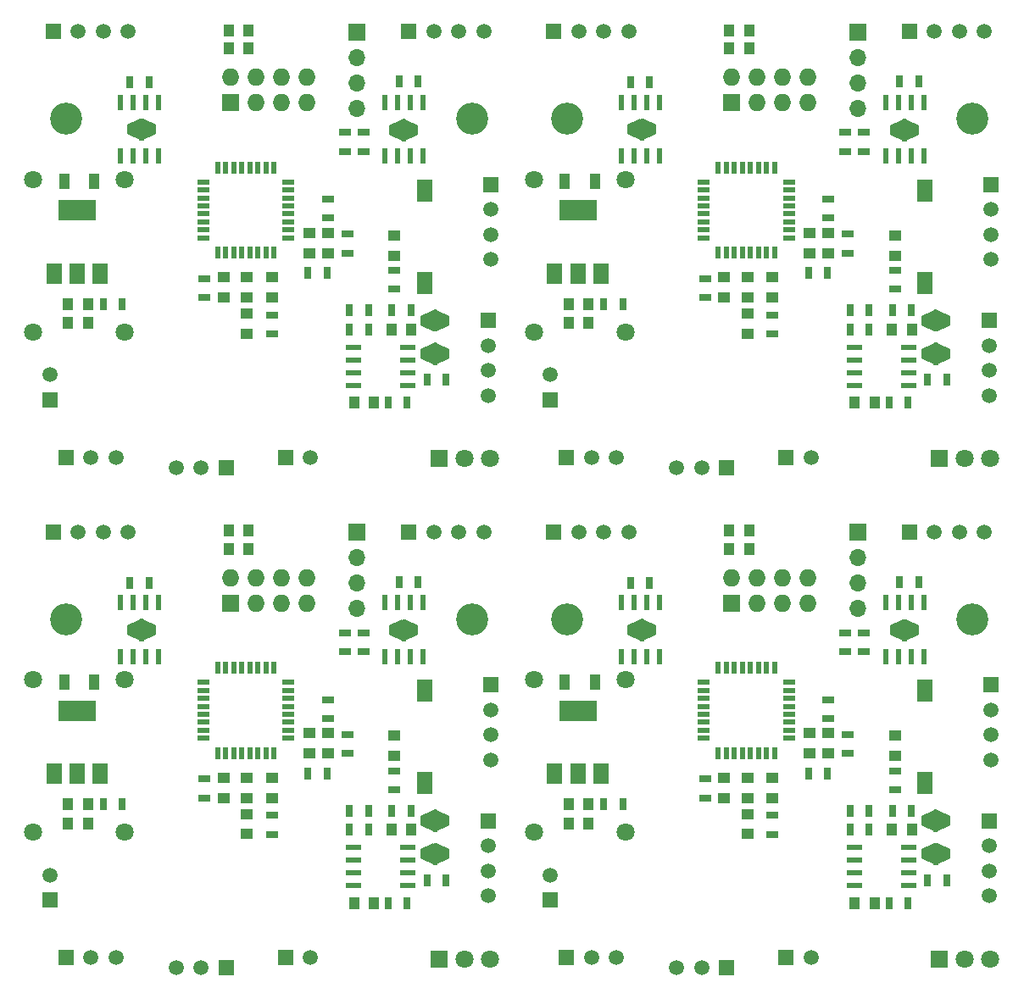
<source format=gts>
G04 #@! TF.FileFunction,Soldermask,Top*
%FSLAX46Y46*%
G04 Gerber Fmt 4.6, Leading zero omitted, Abs format (unit mm)*
G04 Created by KiCad (PCBNEW 4.0.2-stable) date 12/4/2017 3:47:35 PM*
%MOMM*%
G01*
G04 APERTURE LIST*
%ADD10C,0.100000*%
%ADD11C,0.150000*%
%ADD12C,1.800000*%
%ADD13R,1.800000X1.800000*%
%ADD14R,1.300000X0.700000*%
%ADD15R,1.250000X1.000000*%
%ADD16R,1.500000X1.500000*%
%ADD17C,1.500000*%
%ADD18R,1.600000X2.180000*%
%ADD19R,0.700000X1.300000*%
%ADD20C,3.200000*%
%ADD21R,0.600000X1.550000*%
%ADD22R,1.000000X1.250000*%
%ADD23R,1.550000X0.600000*%
%ADD24R,1.700000X1.700000*%
%ADD25O,1.700000X1.700000*%
%ADD26R,1.727200X1.727200*%
%ADD27O,1.727200X1.727200*%
%ADD28R,0.600000X1.200000*%
%ADD29R,1.200000X0.600000*%
%ADD30R,1.000000X1.600000*%
%ADD31R,3.800000X2.000000*%
%ADD32R,1.500000X2.000000*%
G04 APERTURE END LIST*
D10*
D11*
X132237500Y-112130900D02*
X132237500Y-114188300D01*
X132389900Y-112105500D02*
X132389900Y-114188300D01*
X132110500Y-112105500D02*
X132389900Y-112105500D01*
X132110500Y-114188300D02*
X132110500Y-112105500D01*
X132389900Y-114188300D02*
X132110500Y-114188300D01*
X161574500Y-134546400D02*
X161574500Y-136603800D01*
X161726900Y-134521000D02*
X161726900Y-136603800D01*
X161447500Y-134521000D02*
X161726900Y-134521000D01*
X161447500Y-136603800D02*
X161447500Y-134521000D01*
X161726900Y-136603800D02*
X161447500Y-136603800D01*
X161574500Y-133225600D02*
X161574500Y-131168200D01*
X161422100Y-133251000D02*
X161422100Y-131168200D01*
X161701500Y-133251000D02*
X161422100Y-133251000D01*
X161701500Y-131168200D02*
X161701500Y-133251000D01*
X161422100Y-131168200D02*
X161701500Y-131168200D01*
X158425000Y-112194400D02*
X158425000Y-114251800D01*
X158577400Y-112169000D02*
X158577400Y-114251800D01*
X158298000Y-112169000D02*
X158577400Y-112169000D01*
X158298000Y-114251800D02*
X158298000Y-112169000D01*
X158577400Y-114251800D02*
X158298000Y-114251800D01*
X82237500Y-112130900D02*
X82237500Y-114188300D01*
X82389900Y-112105500D02*
X82389900Y-114188300D01*
X82110500Y-112105500D02*
X82389900Y-112105500D01*
X82110500Y-114188300D02*
X82110500Y-112105500D01*
X82389900Y-114188300D02*
X82110500Y-114188300D01*
X111574500Y-134546400D02*
X111574500Y-136603800D01*
X111726900Y-134521000D02*
X111726900Y-136603800D01*
X111447500Y-134521000D02*
X111726900Y-134521000D01*
X111447500Y-136603800D02*
X111447500Y-134521000D01*
X111726900Y-136603800D02*
X111447500Y-136603800D01*
X111574500Y-133225600D02*
X111574500Y-131168200D01*
X111422100Y-133251000D02*
X111422100Y-131168200D01*
X111701500Y-133251000D02*
X111422100Y-133251000D01*
X111701500Y-131168200D02*
X111701500Y-133251000D01*
X111422100Y-131168200D02*
X111701500Y-131168200D01*
X108425000Y-112194400D02*
X108425000Y-114251800D01*
X108577400Y-112169000D02*
X108577400Y-114251800D01*
X108298000Y-112169000D02*
X108577400Y-112169000D01*
X108298000Y-114251800D02*
X108298000Y-112169000D01*
X108577400Y-114251800D02*
X108298000Y-114251800D01*
X161574500Y-83225600D02*
X161574500Y-81168200D01*
X161422100Y-83251000D02*
X161422100Y-81168200D01*
X161701500Y-83251000D02*
X161422100Y-83251000D01*
X161701500Y-81168200D02*
X161701500Y-83251000D01*
X161422100Y-81168200D02*
X161701500Y-81168200D01*
X161574500Y-84546400D02*
X161574500Y-86603800D01*
X161726900Y-84521000D02*
X161726900Y-86603800D01*
X161447500Y-84521000D02*
X161726900Y-84521000D01*
X161447500Y-86603800D02*
X161447500Y-84521000D01*
X161726900Y-86603800D02*
X161447500Y-86603800D01*
X158425000Y-62194400D02*
X158425000Y-64251800D01*
X158577400Y-62169000D02*
X158577400Y-64251800D01*
X158298000Y-62169000D02*
X158577400Y-62169000D01*
X158298000Y-64251800D02*
X158298000Y-62169000D01*
X158577400Y-64251800D02*
X158298000Y-64251800D01*
X132237500Y-62130900D02*
X132237500Y-64188300D01*
X132389900Y-62105500D02*
X132389900Y-64188300D01*
X132110500Y-62105500D02*
X132389900Y-62105500D01*
X132110500Y-64188300D02*
X132110500Y-62105500D01*
X132389900Y-64188300D02*
X132110500Y-64188300D01*
X111574500Y-83225600D02*
X111574500Y-81168200D01*
X111422100Y-83251000D02*
X111422100Y-81168200D01*
X111701500Y-83251000D02*
X111422100Y-83251000D01*
X111701500Y-81168200D02*
X111701500Y-83251000D01*
X111422100Y-81168200D02*
X111701500Y-81168200D01*
X111574500Y-84546400D02*
X111574500Y-86603800D01*
X111726900Y-84521000D02*
X111726900Y-86603800D01*
X111447500Y-84521000D02*
X111726900Y-84521000D01*
X111447500Y-86603800D02*
X111447500Y-84521000D01*
X111726900Y-86603800D02*
X111447500Y-86603800D01*
X82237500Y-62130900D02*
X82237500Y-64188300D01*
X82389900Y-62105500D02*
X82389900Y-64188300D01*
X82110500Y-62105500D02*
X82389900Y-62105500D01*
X82110500Y-64188300D02*
X82110500Y-62105500D01*
X82389900Y-64188300D02*
X82110500Y-64188300D01*
X108425000Y-62194400D02*
X108425000Y-64251800D01*
X108577400Y-62169000D02*
X108577400Y-64251800D01*
X108298000Y-62169000D02*
X108577400Y-62169000D01*
X108298000Y-64251800D02*
X108298000Y-62169000D01*
X108577400Y-64251800D02*
X108298000Y-64251800D01*
D12*
X164495500Y-146014500D03*
D13*
X161955500Y-146014500D03*
D12*
X167035500Y-146014500D03*
X114495500Y-146014500D03*
D13*
X111955500Y-146014500D03*
D12*
X117035500Y-146014500D03*
D14*
X152811500Y-123601500D03*
X152811500Y-125501500D03*
D15*
X157510500Y-125742000D03*
X157510500Y-123742000D03*
D16*
X167099000Y-118646000D03*
D17*
X167099000Y-121146000D03*
X167099000Y-123646000D03*
X167099000Y-126146000D03*
D18*
X160492680Y-128455430D03*
X160497320Y-119250570D03*
D14*
X157510500Y-129121000D03*
X157510500Y-127221000D03*
X150843000Y-120109000D03*
X150843000Y-122009000D03*
D19*
X131097000Y-108422500D03*
X132997000Y-108422500D03*
D16*
X123411000Y-103342500D03*
D17*
X125911000Y-103342500D03*
X128411000Y-103342500D03*
X130911000Y-103342500D03*
D10*
G36*
X132072500Y-112059500D02*
X132072500Y-114183500D01*
X130802500Y-113583500D01*
X130802500Y-112659500D01*
X132072500Y-112059500D01*
X132072500Y-112059500D01*
G37*
G36*
X133672500Y-112659500D02*
X133672500Y-113583500D01*
X132402500Y-114183500D01*
X132402500Y-112059500D01*
X133672500Y-112659500D01*
X133672500Y-112659500D01*
G37*
D20*
X124750000Y-112100000D03*
D21*
X130142000Y-115821500D03*
X131412000Y-115821500D03*
X132682000Y-115821500D03*
X133952000Y-115821500D03*
X133952000Y-110421500D03*
X132682000Y-110421500D03*
X131412000Y-110421500D03*
X130142000Y-110421500D03*
D14*
X138524000Y-128044000D03*
X138524000Y-129944000D03*
D16*
X124697500Y-145887500D03*
D17*
X127197500Y-145887500D03*
X129697500Y-145887500D03*
D16*
X146628500Y-145887500D03*
D17*
X149128500Y-145887500D03*
D16*
X123093500Y-140132500D03*
D17*
X123093500Y-137632500D03*
D15*
X140429000Y-127933000D03*
X140429000Y-129933000D03*
D16*
X140683000Y-146903500D03*
D17*
X138183000Y-146903500D03*
X135683000Y-146903500D03*
D22*
X159209000Y-133124000D03*
X157209000Y-133124000D03*
X155462500Y-140426500D03*
X153462500Y-140426500D03*
D19*
X154907000Y-131219000D03*
X153007000Y-131219000D03*
X153004500Y-133124000D03*
X154904500Y-133124000D03*
X157259000Y-131219000D03*
X159159000Y-131219000D03*
X156880500Y-140426500D03*
X158780500Y-140426500D03*
D23*
X153446500Y-134902000D03*
X153446500Y-136172000D03*
X153446500Y-137442000D03*
X153446500Y-138712000D03*
X158846500Y-138712000D03*
X158846500Y-137442000D03*
X158846500Y-136172000D03*
X158846500Y-134902000D03*
D16*
X166908500Y-132235000D03*
D17*
X166908500Y-134735000D03*
X166908500Y-137235000D03*
X166908500Y-139735000D03*
D10*
G36*
X161409500Y-134475000D02*
X161409500Y-136599000D01*
X160139500Y-135999000D01*
X160139500Y-135075000D01*
X161409500Y-134475000D01*
X161409500Y-134475000D01*
G37*
G36*
X163009500Y-135075000D02*
X163009500Y-135999000D01*
X161739500Y-136599000D01*
X161739500Y-134475000D01*
X163009500Y-135075000D01*
X163009500Y-135075000D01*
G37*
D19*
X162649000Y-138140500D03*
X160749000Y-138140500D03*
D10*
G36*
X161739500Y-133297000D02*
X161739500Y-131173000D01*
X163009500Y-131773000D01*
X163009500Y-132697000D01*
X161739500Y-133297000D01*
X161739500Y-133297000D01*
G37*
G36*
X160139500Y-132697000D02*
X160139500Y-131773000D01*
X161409500Y-131173000D01*
X161409500Y-133297000D01*
X160139500Y-132697000D01*
X160139500Y-132697000D01*
G37*
D22*
X140953000Y-105057000D03*
X142953000Y-105057000D03*
X140953000Y-103215500D03*
X142953000Y-103215500D03*
D19*
X157957500Y-108359000D03*
X159857500Y-108359000D03*
D24*
X153764000Y-103406000D03*
D25*
X153764000Y-105946000D03*
X153764000Y-108486000D03*
X153764000Y-111026000D03*
D26*
X141159000Y-110454500D03*
D27*
X141159000Y-107914500D03*
X143699000Y-110454500D03*
X143699000Y-107914500D03*
X146239000Y-110454500D03*
X146239000Y-107914500D03*
X148779000Y-110454500D03*
X148779000Y-107914500D03*
D14*
X152557500Y-113441500D03*
X152557500Y-115341500D03*
D21*
X156558000Y-115821500D03*
X157828000Y-115821500D03*
X159098000Y-115821500D03*
X160368000Y-115821500D03*
X160368000Y-110421500D03*
X159098000Y-110421500D03*
X157828000Y-110421500D03*
X156558000Y-110421500D03*
D16*
X158924000Y-103342500D03*
D17*
X161424000Y-103342500D03*
X163924000Y-103342500D03*
X166424000Y-103342500D03*
D10*
G36*
X158260000Y-112123000D02*
X158260000Y-114247000D01*
X156990000Y-113647000D01*
X156990000Y-112723000D01*
X158260000Y-112123000D01*
X158260000Y-112123000D01*
G37*
G36*
X159860000Y-112723000D02*
X159860000Y-113647000D01*
X158590000Y-114247000D01*
X158590000Y-112123000D01*
X159860000Y-112723000D01*
X159860000Y-112723000D01*
G37*
D14*
X154399000Y-113439000D03*
X154399000Y-115339000D03*
D20*
X165250000Y-112100000D03*
D28*
X139851500Y-125436000D03*
X140651500Y-125436000D03*
X141451500Y-125436000D03*
X142251500Y-125436000D03*
X143051500Y-125436000D03*
X143851500Y-125436000D03*
X144651500Y-125436000D03*
X145451500Y-125436000D03*
D29*
X146901500Y-123986000D03*
X146901500Y-123186000D03*
X146901500Y-122386000D03*
X146901500Y-121586000D03*
X146901500Y-120786000D03*
X146901500Y-119986000D03*
X146901500Y-119186000D03*
X146901500Y-118386000D03*
D28*
X145451500Y-116936000D03*
X144651500Y-116936000D03*
X143851500Y-116936000D03*
X143051500Y-116936000D03*
X142251500Y-116936000D03*
X141451500Y-116936000D03*
X140651500Y-116936000D03*
X139851500Y-116936000D03*
D29*
X138401500Y-118386000D03*
X138401500Y-119186000D03*
X138401500Y-119986000D03*
X138401500Y-120786000D03*
X138401500Y-121586000D03*
X138401500Y-122386000D03*
X138401500Y-123186000D03*
X138401500Y-123986000D03*
D14*
X145255000Y-133566000D03*
X145255000Y-131666000D03*
D15*
X149001500Y-125488000D03*
X149001500Y-123488000D03*
X142778500Y-127933000D03*
X142778500Y-129933000D03*
X150843000Y-125488000D03*
X150843000Y-123488000D03*
X145255000Y-127933000D03*
X145255000Y-129933000D03*
D19*
X148877000Y-127472500D03*
X150777000Y-127472500D03*
D15*
X142778500Y-133552500D03*
X142778500Y-131552500D03*
D16*
X96628500Y-145887500D03*
D17*
X99128500Y-145887500D03*
D14*
X95255000Y-133566000D03*
X95255000Y-131666000D03*
D15*
X92778500Y-133552500D03*
X92778500Y-131552500D03*
D16*
X73093500Y-140132500D03*
D17*
X73093500Y-137632500D03*
D16*
X90683000Y-146903500D03*
D17*
X88183000Y-146903500D03*
X85683000Y-146903500D03*
D16*
X74697500Y-145887500D03*
D17*
X77197500Y-145887500D03*
X79697500Y-145887500D03*
D19*
X78430000Y-130584000D03*
X80330000Y-130584000D03*
D26*
X91159000Y-110454500D03*
D27*
X91159000Y-107914500D03*
X93699000Y-110454500D03*
X93699000Y-107914500D03*
X96239000Y-110454500D03*
X96239000Y-107914500D03*
X98779000Y-110454500D03*
X98779000Y-107914500D03*
D22*
X90953000Y-105057000D03*
X92953000Y-105057000D03*
X90953000Y-103215500D03*
X92953000Y-103215500D03*
D16*
X73411000Y-103342500D03*
D17*
X75911000Y-103342500D03*
X78411000Y-103342500D03*
X80911000Y-103342500D03*
D10*
G36*
X82072500Y-112059500D02*
X82072500Y-114183500D01*
X80802500Y-113583500D01*
X80802500Y-112659500D01*
X82072500Y-112059500D01*
X82072500Y-112059500D01*
G37*
G36*
X83672500Y-112659500D02*
X83672500Y-113583500D01*
X82402500Y-114183500D01*
X82402500Y-112059500D01*
X83672500Y-112659500D01*
X83672500Y-112659500D01*
G37*
D21*
X80142000Y-115821500D03*
X81412000Y-115821500D03*
X82682000Y-115821500D03*
X83952000Y-115821500D03*
X83952000Y-110421500D03*
X82682000Y-110421500D03*
X81412000Y-110421500D03*
X80142000Y-110421500D03*
D19*
X81097000Y-108422500D03*
X82997000Y-108422500D03*
D20*
X74750000Y-112100000D03*
D30*
X77514500Y-118328500D03*
X74514500Y-118328500D03*
D22*
X76903500Y-130584000D03*
X74903500Y-130584000D03*
D31*
X75810000Y-121236000D03*
D32*
X75810000Y-127536000D03*
X78110000Y-127536000D03*
X73510000Y-127536000D03*
D22*
X76903500Y-132489000D03*
X74903500Y-132489000D03*
D12*
X80586500Y-133378000D03*
X71442500Y-133378000D03*
X71442500Y-118138000D03*
X80586500Y-118138000D03*
D14*
X88524000Y-128044000D03*
X88524000Y-129944000D03*
D15*
X90429000Y-127933000D03*
X90429000Y-129933000D03*
D28*
X89851500Y-125436000D03*
X90651500Y-125436000D03*
X91451500Y-125436000D03*
X92251500Y-125436000D03*
X93051500Y-125436000D03*
X93851500Y-125436000D03*
X94651500Y-125436000D03*
X95451500Y-125436000D03*
D29*
X96901500Y-123986000D03*
X96901500Y-123186000D03*
X96901500Y-122386000D03*
X96901500Y-121586000D03*
X96901500Y-120786000D03*
X96901500Y-119986000D03*
X96901500Y-119186000D03*
X96901500Y-118386000D03*
D28*
X95451500Y-116936000D03*
X94651500Y-116936000D03*
X93851500Y-116936000D03*
X93051500Y-116936000D03*
X92251500Y-116936000D03*
X91451500Y-116936000D03*
X90651500Y-116936000D03*
X89851500Y-116936000D03*
D29*
X88401500Y-118386000D03*
X88401500Y-119186000D03*
X88401500Y-119986000D03*
X88401500Y-120786000D03*
X88401500Y-121586000D03*
X88401500Y-122386000D03*
X88401500Y-123186000D03*
X88401500Y-123986000D03*
D15*
X92778500Y-127933000D03*
X92778500Y-129933000D03*
X95255000Y-127933000D03*
X95255000Y-129933000D03*
X99001500Y-125488000D03*
X99001500Y-123488000D03*
D19*
X98877000Y-127472500D03*
X100777000Y-127472500D03*
X128430000Y-130584000D03*
X130330000Y-130584000D03*
D12*
X130586500Y-133378000D03*
X121442500Y-133378000D03*
X121442500Y-118138000D03*
X130586500Y-118138000D03*
D31*
X125810000Y-121236000D03*
D32*
X125810000Y-127536000D03*
X128110000Y-127536000D03*
X123510000Y-127536000D03*
D30*
X127514500Y-118328500D03*
X124514500Y-118328500D03*
D22*
X126903500Y-130584000D03*
X124903500Y-130584000D03*
X126903500Y-132489000D03*
X124903500Y-132489000D03*
X105462500Y-140426500D03*
X103462500Y-140426500D03*
D23*
X103446500Y-134902000D03*
X103446500Y-136172000D03*
X103446500Y-137442000D03*
X103446500Y-138712000D03*
X108846500Y-138712000D03*
X108846500Y-137442000D03*
X108846500Y-136172000D03*
X108846500Y-134902000D03*
D22*
X109209000Y-133124000D03*
X107209000Y-133124000D03*
D19*
X103004500Y-133124000D03*
X104904500Y-133124000D03*
X107259000Y-131219000D03*
X109159000Y-131219000D03*
X106880500Y-140426500D03*
X108780500Y-140426500D03*
X104907000Y-131219000D03*
X103007000Y-131219000D03*
D10*
G36*
X111409500Y-134475000D02*
X111409500Y-136599000D01*
X110139500Y-135999000D01*
X110139500Y-135075000D01*
X111409500Y-134475000D01*
X111409500Y-134475000D01*
G37*
G36*
X113009500Y-135075000D02*
X113009500Y-135999000D01*
X111739500Y-136599000D01*
X111739500Y-134475000D01*
X113009500Y-135075000D01*
X113009500Y-135075000D01*
G37*
G36*
X111739500Y-133297000D02*
X111739500Y-131173000D01*
X113009500Y-131773000D01*
X113009500Y-132697000D01*
X111739500Y-133297000D01*
X111739500Y-133297000D01*
G37*
G36*
X110139500Y-132697000D02*
X110139500Y-131773000D01*
X111409500Y-131173000D01*
X111409500Y-133297000D01*
X110139500Y-132697000D01*
X110139500Y-132697000D01*
G37*
D19*
X112649000Y-138140500D03*
X110749000Y-138140500D03*
D16*
X116908500Y-132235000D03*
D17*
X116908500Y-134735000D03*
X116908500Y-137235000D03*
X116908500Y-139735000D03*
D18*
X110492680Y-128455430D03*
X110497320Y-119250570D03*
D16*
X117099000Y-118646000D03*
D17*
X117099000Y-121146000D03*
X117099000Y-123646000D03*
X117099000Y-126146000D03*
D15*
X107510500Y-125742000D03*
X107510500Y-123742000D03*
X100843000Y-125488000D03*
X100843000Y-123488000D03*
D14*
X100843000Y-120109000D03*
X100843000Y-122009000D03*
X102811500Y-123601500D03*
X102811500Y-125501500D03*
X107510500Y-129121000D03*
X107510500Y-127221000D03*
X102557500Y-113441500D03*
X102557500Y-115341500D03*
X104399000Y-113439000D03*
X104399000Y-115339000D03*
D24*
X103764000Y-103406000D03*
D25*
X103764000Y-105946000D03*
X103764000Y-108486000D03*
X103764000Y-111026000D03*
D21*
X106558000Y-115821500D03*
X107828000Y-115821500D03*
X109098000Y-115821500D03*
X110368000Y-115821500D03*
X110368000Y-110421500D03*
X109098000Y-110421500D03*
X107828000Y-110421500D03*
X106558000Y-110421500D03*
D19*
X107957500Y-108359000D03*
X109857500Y-108359000D03*
D16*
X108924000Y-103342500D03*
D17*
X111424000Y-103342500D03*
X113924000Y-103342500D03*
X116424000Y-103342500D03*
D20*
X115250000Y-112100000D03*
D10*
G36*
X108260000Y-112123000D02*
X108260000Y-114247000D01*
X106990000Y-113647000D01*
X106990000Y-112723000D01*
X108260000Y-112123000D01*
X108260000Y-112123000D01*
G37*
G36*
X109860000Y-112723000D02*
X109860000Y-113647000D01*
X108590000Y-114247000D01*
X108590000Y-112123000D01*
X109860000Y-112723000D01*
X109860000Y-112723000D01*
G37*
D12*
X164495500Y-96014500D03*
D13*
X161955500Y-96014500D03*
D12*
X167035500Y-96014500D03*
D19*
X154907000Y-81219000D03*
X153007000Y-81219000D03*
X153004500Y-83124000D03*
X154904500Y-83124000D03*
X157259000Y-81219000D03*
X159159000Y-81219000D03*
D22*
X159209000Y-83124000D03*
X157209000Y-83124000D03*
D23*
X153446500Y-84902000D03*
X153446500Y-86172000D03*
X153446500Y-87442000D03*
X153446500Y-88712000D03*
X158846500Y-88712000D03*
X158846500Y-87442000D03*
X158846500Y-86172000D03*
X158846500Y-84902000D03*
D22*
X155462500Y-90426500D03*
X153462500Y-90426500D03*
D19*
X156880500Y-90426500D03*
X158780500Y-90426500D03*
D16*
X166908500Y-82235000D03*
D17*
X166908500Y-84735000D03*
X166908500Y-87235000D03*
X166908500Y-89735000D03*
D19*
X162649000Y-88140500D03*
X160749000Y-88140500D03*
D10*
G36*
X161739500Y-83297000D02*
X161739500Y-81173000D01*
X163009500Y-81773000D01*
X163009500Y-82697000D01*
X161739500Y-83297000D01*
X161739500Y-83297000D01*
G37*
G36*
X160139500Y-82697000D02*
X160139500Y-81773000D01*
X161409500Y-81173000D01*
X161409500Y-83297000D01*
X160139500Y-82697000D01*
X160139500Y-82697000D01*
G37*
G36*
X161409500Y-84475000D02*
X161409500Y-86599000D01*
X160139500Y-85999000D01*
X160139500Y-85075000D01*
X161409500Y-84475000D01*
X161409500Y-84475000D01*
G37*
G36*
X163009500Y-85075000D02*
X163009500Y-85999000D01*
X161739500Y-86599000D01*
X161739500Y-84475000D01*
X163009500Y-85075000D01*
X163009500Y-85075000D01*
G37*
D16*
X146628500Y-95887500D03*
D17*
X149128500Y-95887500D03*
D15*
X142778500Y-83552500D03*
X142778500Y-81552500D03*
D14*
X145255000Y-83566000D03*
X145255000Y-81666000D03*
X152811500Y-73601500D03*
X152811500Y-75501500D03*
D18*
X160492680Y-78455430D03*
X160497320Y-69250570D03*
D14*
X157510500Y-79121000D03*
X157510500Y-77221000D03*
X154399000Y-63439000D03*
X154399000Y-65339000D03*
D15*
X157510500Y-75742000D03*
X157510500Y-73742000D03*
D16*
X167099000Y-68646000D03*
D17*
X167099000Y-71146000D03*
X167099000Y-73646000D03*
X167099000Y-76146000D03*
D10*
G36*
X158260000Y-62123000D02*
X158260000Y-64247000D01*
X156990000Y-63647000D01*
X156990000Y-62723000D01*
X158260000Y-62123000D01*
X158260000Y-62123000D01*
G37*
G36*
X159860000Y-62723000D02*
X159860000Y-63647000D01*
X158590000Y-64247000D01*
X158590000Y-62123000D01*
X159860000Y-62723000D01*
X159860000Y-62723000D01*
G37*
D21*
X156558000Y-65821500D03*
X157828000Y-65821500D03*
X159098000Y-65821500D03*
X160368000Y-65821500D03*
X160368000Y-60421500D03*
X159098000Y-60421500D03*
X157828000Y-60421500D03*
X156558000Y-60421500D03*
D24*
X153764000Y-53406000D03*
D25*
X153764000Y-55946000D03*
X153764000Y-58486000D03*
X153764000Y-61026000D03*
D20*
X165250000Y-62100000D03*
D14*
X152557500Y-63441500D03*
X152557500Y-65341500D03*
D16*
X158924000Y-53342500D03*
D17*
X161424000Y-53342500D03*
X163924000Y-53342500D03*
X166424000Y-53342500D03*
D19*
X157957500Y-58359000D03*
X159857500Y-58359000D03*
X128430000Y-80584000D03*
X130330000Y-80584000D03*
D16*
X124697500Y-95887500D03*
D17*
X127197500Y-95887500D03*
X129697500Y-95887500D03*
D16*
X140683000Y-96903500D03*
D17*
X138183000Y-96903500D03*
X135683000Y-96903500D03*
D16*
X123093500Y-90132500D03*
D17*
X123093500Y-87632500D03*
D22*
X126903500Y-82489000D03*
X124903500Y-82489000D03*
D12*
X130586500Y-83378000D03*
X121442500Y-83378000D03*
X121442500Y-68138000D03*
X130586500Y-68138000D03*
D31*
X125810000Y-71236000D03*
D32*
X125810000Y-77536000D03*
X128110000Y-77536000D03*
X123510000Y-77536000D03*
D15*
X140429000Y-77933000D03*
X140429000Y-79933000D03*
D30*
X127514500Y-68328500D03*
X124514500Y-68328500D03*
D14*
X138524000Y-78044000D03*
X138524000Y-79944000D03*
D15*
X142778500Y-77933000D03*
X142778500Y-79933000D03*
D22*
X126903500Y-80584000D03*
X124903500Y-80584000D03*
D15*
X145255000Y-77933000D03*
X145255000Y-79933000D03*
D21*
X130142000Y-65821500D03*
X131412000Y-65821500D03*
X132682000Y-65821500D03*
X133952000Y-65821500D03*
X133952000Y-60421500D03*
X132682000Y-60421500D03*
X131412000Y-60421500D03*
X130142000Y-60421500D03*
D10*
G36*
X132072500Y-62059500D02*
X132072500Y-64183500D01*
X130802500Y-63583500D01*
X130802500Y-62659500D01*
X132072500Y-62059500D01*
X132072500Y-62059500D01*
G37*
G36*
X133672500Y-62659500D02*
X133672500Y-63583500D01*
X132402500Y-64183500D01*
X132402500Y-62059500D01*
X133672500Y-62659500D01*
X133672500Y-62659500D01*
G37*
D20*
X124750000Y-62100000D03*
D16*
X123411000Y-53342500D03*
D17*
X125911000Y-53342500D03*
X128411000Y-53342500D03*
X130911000Y-53342500D03*
D19*
X131097000Y-58422500D03*
X132997000Y-58422500D03*
D15*
X149001500Y-75488000D03*
X149001500Y-73488000D03*
X150843000Y-75488000D03*
X150843000Y-73488000D03*
D28*
X139851500Y-75436000D03*
X140651500Y-75436000D03*
X141451500Y-75436000D03*
X142251500Y-75436000D03*
X143051500Y-75436000D03*
X143851500Y-75436000D03*
X144651500Y-75436000D03*
X145451500Y-75436000D03*
D29*
X146901500Y-73986000D03*
X146901500Y-73186000D03*
X146901500Y-72386000D03*
X146901500Y-71586000D03*
X146901500Y-70786000D03*
X146901500Y-69986000D03*
X146901500Y-69186000D03*
X146901500Y-68386000D03*
D28*
X145451500Y-66936000D03*
X144651500Y-66936000D03*
X143851500Y-66936000D03*
X143051500Y-66936000D03*
X142251500Y-66936000D03*
X141451500Y-66936000D03*
X140651500Y-66936000D03*
X139851500Y-66936000D03*
D29*
X138401500Y-68386000D03*
X138401500Y-69186000D03*
X138401500Y-69986000D03*
X138401500Y-70786000D03*
X138401500Y-71586000D03*
X138401500Y-72386000D03*
X138401500Y-73186000D03*
X138401500Y-73986000D03*
D22*
X140953000Y-53215500D03*
X142953000Y-53215500D03*
X140953000Y-55057000D03*
X142953000Y-55057000D03*
D19*
X148877000Y-77472500D03*
X150777000Y-77472500D03*
D26*
X141159000Y-60454500D03*
D27*
X141159000Y-57914500D03*
X143699000Y-60454500D03*
X143699000Y-57914500D03*
X146239000Y-60454500D03*
X146239000Y-57914500D03*
X148779000Y-60454500D03*
X148779000Y-57914500D03*
D14*
X150843000Y-70109000D03*
X150843000Y-72009000D03*
D20*
X115250000Y-62100000D03*
X74750000Y-62100000D03*
D15*
X90429000Y-77933000D03*
X90429000Y-79933000D03*
D22*
X90953000Y-55057000D03*
X92953000Y-55057000D03*
X90953000Y-53215500D03*
X92953000Y-53215500D03*
D15*
X92778500Y-77933000D03*
X92778500Y-79933000D03*
X95255000Y-77933000D03*
X95255000Y-79933000D03*
D22*
X105462500Y-90426500D03*
X103462500Y-90426500D03*
D15*
X92778500Y-83552500D03*
X92778500Y-81552500D03*
X107510500Y-75742000D03*
X107510500Y-73742000D03*
X99001500Y-75488000D03*
X99001500Y-73488000D03*
X100843000Y-75488000D03*
X100843000Y-73488000D03*
D22*
X76903500Y-80584000D03*
X74903500Y-80584000D03*
X76903500Y-82489000D03*
X74903500Y-82489000D03*
D10*
G36*
X111739500Y-83297000D02*
X111739500Y-81173000D01*
X113009500Y-81773000D01*
X113009500Y-82697000D01*
X111739500Y-83297000D01*
X111739500Y-83297000D01*
G37*
G36*
X110139500Y-82697000D02*
X110139500Y-81773000D01*
X111409500Y-81173000D01*
X111409500Y-83297000D01*
X110139500Y-82697000D01*
X110139500Y-82697000D01*
G37*
G36*
X111409500Y-84475000D02*
X111409500Y-86599000D01*
X110139500Y-85999000D01*
X110139500Y-85075000D01*
X111409500Y-84475000D01*
X111409500Y-84475000D01*
G37*
G36*
X113009500Y-85075000D02*
X113009500Y-85999000D01*
X111739500Y-86599000D01*
X111739500Y-84475000D01*
X113009500Y-85075000D01*
X113009500Y-85075000D01*
G37*
G36*
X82072500Y-62059500D02*
X82072500Y-64183500D01*
X80802500Y-63583500D01*
X80802500Y-62659500D01*
X82072500Y-62059500D01*
X82072500Y-62059500D01*
G37*
G36*
X83672500Y-62659500D02*
X83672500Y-63583500D01*
X82402500Y-64183500D01*
X82402500Y-62059500D01*
X83672500Y-62659500D01*
X83672500Y-62659500D01*
G37*
G36*
X108260000Y-62123000D02*
X108260000Y-64247000D01*
X106990000Y-63647000D01*
X106990000Y-62723000D01*
X108260000Y-62123000D01*
X108260000Y-62123000D01*
G37*
G36*
X109860000Y-62723000D02*
X109860000Y-63647000D01*
X108590000Y-64247000D01*
X108590000Y-62123000D01*
X109860000Y-62723000D01*
X109860000Y-62723000D01*
G37*
D19*
X106880500Y-90426500D03*
X108780500Y-90426500D03*
X112649000Y-88140500D03*
X110749000Y-88140500D03*
D14*
X95255000Y-83566000D03*
X95255000Y-81666000D03*
D19*
X103004500Y-83124000D03*
X104904500Y-83124000D03*
X104907000Y-81219000D03*
X103007000Y-81219000D03*
X81097000Y-58422500D03*
X82997000Y-58422500D03*
D14*
X107510500Y-79121000D03*
X107510500Y-77221000D03*
D19*
X98877000Y-77472500D03*
X100777000Y-77472500D03*
X78430000Y-80584000D03*
X80330000Y-80584000D03*
D14*
X88524000Y-78044000D03*
X88524000Y-79944000D03*
X102811500Y-73601500D03*
X102811500Y-75501500D03*
D19*
X107259000Y-81219000D03*
X109159000Y-81219000D03*
X107957500Y-58359000D03*
X109857500Y-58359000D03*
D14*
X100843000Y-70109000D03*
X100843000Y-72009000D03*
D18*
X110492680Y-78455430D03*
X110497320Y-69250570D03*
D28*
X89851500Y-75436000D03*
X90651500Y-75436000D03*
X91451500Y-75436000D03*
X92251500Y-75436000D03*
X93051500Y-75436000D03*
X93851500Y-75436000D03*
X94651500Y-75436000D03*
X95451500Y-75436000D03*
D29*
X96901500Y-73986000D03*
X96901500Y-73186000D03*
X96901500Y-72386000D03*
X96901500Y-71586000D03*
X96901500Y-70786000D03*
X96901500Y-69986000D03*
X96901500Y-69186000D03*
X96901500Y-68386000D03*
D28*
X95451500Y-66936000D03*
X94651500Y-66936000D03*
X93851500Y-66936000D03*
X93051500Y-66936000D03*
X92251500Y-66936000D03*
X91451500Y-66936000D03*
X90651500Y-66936000D03*
X89851500Y-66936000D03*
D29*
X88401500Y-68386000D03*
X88401500Y-69186000D03*
X88401500Y-69986000D03*
X88401500Y-70786000D03*
X88401500Y-71586000D03*
X88401500Y-72386000D03*
X88401500Y-73186000D03*
X88401500Y-73986000D03*
D23*
X103446500Y-84902000D03*
X103446500Y-86172000D03*
X103446500Y-87442000D03*
X103446500Y-88712000D03*
X108846500Y-88712000D03*
X108846500Y-87442000D03*
X108846500Y-86172000D03*
X108846500Y-84902000D03*
D21*
X80142000Y-65821500D03*
X81412000Y-65821500D03*
X82682000Y-65821500D03*
X83952000Y-65821500D03*
X83952000Y-60421500D03*
X82682000Y-60421500D03*
X81412000Y-60421500D03*
X80142000Y-60421500D03*
X106558000Y-65821500D03*
X107828000Y-65821500D03*
X109098000Y-65821500D03*
X110368000Y-65821500D03*
X110368000Y-60421500D03*
X109098000Y-60421500D03*
X107828000Y-60421500D03*
X106558000Y-60421500D03*
D31*
X75810000Y-71236000D03*
D32*
X75810000Y-77536000D03*
X78110000Y-77536000D03*
X73510000Y-77536000D03*
D24*
X103764000Y-53406000D03*
D25*
X103764000Y-55946000D03*
X103764000Y-58486000D03*
X103764000Y-61026000D03*
D14*
X104399000Y-63439000D03*
X104399000Y-65339000D03*
X102557500Y-63441500D03*
X102557500Y-65341500D03*
D30*
X77514500Y-68328500D03*
X74514500Y-68328500D03*
D12*
X114495500Y-96014500D03*
D13*
X111955500Y-96014500D03*
D12*
X117035500Y-96014500D03*
D22*
X109209000Y-83124000D03*
X107209000Y-83124000D03*
D16*
X117099000Y-68646000D03*
D17*
X117099000Y-71146000D03*
X117099000Y-73646000D03*
X117099000Y-76146000D03*
D16*
X116908500Y-82235000D03*
D17*
X116908500Y-84735000D03*
X116908500Y-87235000D03*
X116908500Y-89735000D03*
D16*
X73411000Y-53342500D03*
D17*
X75911000Y-53342500D03*
X78411000Y-53342500D03*
X80911000Y-53342500D03*
D16*
X108924000Y-53342500D03*
D17*
X111424000Y-53342500D03*
X113924000Y-53342500D03*
X116424000Y-53342500D03*
D16*
X96628500Y-95887500D03*
D17*
X99128500Y-95887500D03*
D16*
X73093500Y-90132500D03*
D17*
X73093500Y-87632500D03*
D16*
X90683000Y-96903500D03*
D17*
X88183000Y-96903500D03*
X85683000Y-96903500D03*
D16*
X74697500Y-95887500D03*
D17*
X77197500Y-95887500D03*
X79697500Y-95887500D03*
D12*
X80586500Y-83378000D03*
X71442500Y-83378000D03*
X71442500Y-68138000D03*
X80586500Y-68138000D03*
D26*
X91159000Y-60454500D03*
D27*
X91159000Y-57914500D03*
X93699000Y-60454500D03*
X93699000Y-57914500D03*
X96239000Y-60454500D03*
X96239000Y-57914500D03*
X98779000Y-60454500D03*
X98779000Y-57914500D03*
M02*

</source>
